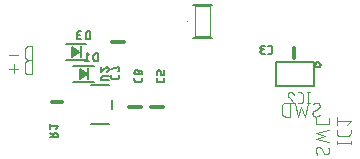
<source format=gbr>
G04 EAGLE Gerber RS-274X export*
G75*
%MOMM*%
%FSLAX34Y34*%
%LPD*%
%INSilkscreen Bottom*%
%IPPOS*%
%AMOC8*
5,1,8,0,0,1.08239X$1,22.5*%
G01*
%ADD10C,0.203200*%
%ADD11C,0.152400*%
%ADD12R,0.200000X1.000000*%
%ADD13C,0.127000*%
%ADD14C,0.076200*%
%ADD15C,0.304800*%
%ADD16C,0.101600*%
%ADD17C,0.010000*%
%ADD18C,0.075000*%

G36*
X88850Y104308D02*
X88850Y104308D01*
X88921Y104306D01*
X88991Y104325D01*
X89062Y104333D01*
X89117Y104358D01*
X89196Y104378D01*
X89299Y104439D01*
X89368Y104470D01*
X92368Y106470D01*
X92455Y106547D01*
X92545Y106620D01*
X92560Y106642D01*
X92580Y106660D01*
X92642Y106757D01*
X92709Y106852D01*
X92717Y106878D01*
X92732Y106900D01*
X92764Y107011D01*
X92802Y107121D01*
X92803Y107148D01*
X92810Y107173D01*
X92810Y107289D01*
X92816Y107405D01*
X92810Y107431D01*
X92810Y107458D01*
X92778Y107569D01*
X92752Y107682D01*
X92739Y107705D01*
X92731Y107731D01*
X92669Y107829D01*
X92613Y107930D01*
X92595Y107946D01*
X92580Y107971D01*
X92372Y108156D01*
X92368Y108160D01*
X89368Y110160D01*
X89304Y110191D01*
X89244Y110231D01*
X89176Y110252D01*
X89112Y110283D01*
X89041Y110295D01*
X88973Y110316D01*
X88902Y110318D01*
X88832Y110330D01*
X88760Y110322D01*
X88689Y110324D01*
X88620Y110306D01*
X88549Y110297D01*
X88483Y110270D01*
X88414Y110252D01*
X88353Y110215D01*
X88287Y110188D01*
X88231Y110143D01*
X88169Y110107D01*
X88120Y110055D01*
X88065Y110010D01*
X88024Y109952D01*
X87975Y109899D01*
X87942Y109836D01*
X87901Y109778D01*
X87878Y109710D01*
X87845Y109646D01*
X87835Y109587D01*
X87808Y109509D01*
X87802Y109390D01*
X87790Y109315D01*
X87790Y105315D01*
X87800Y105244D01*
X87800Y105172D01*
X87820Y105104D01*
X87830Y105034D01*
X87859Y104968D01*
X87879Y104899D01*
X87917Y104839D01*
X87946Y104774D01*
X87992Y104719D01*
X88030Y104659D01*
X88084Y104611D01*
X88130Y104557D01*
X88189Y104517D01*
X88243Y104470D01*
X88307Y104439D01*
X88366Y104400D01*
X88435Y104378D01*
X88499Y104347D01*
X88569Y104335D01*
X88637Y104314D01*
X88709Y104312D01*
X88780Y104300D01*
X88850Y104308D01*
G37*
G36*
X95454Y85766D02*
X95454Y85766D01*
X95525Y85764D01*
X95595Y85783D01*
X95666Y85791D01*
X95721Y85816D01*
X95800Y85836D01*
X95903Y85897D01*
X95972Y85928D01*
X98972Y87928D01*
X99059Y88005D01*
X99149Y88078D01*
X99164Y88100D01*
X99184Y88118D01*
X99246Y88215D01*
X99313Y88310D01*
X99321Y88336D01*
X99336Y88358D01*
X99368Y88469D01*
X99406Y88579D01*
X99407Y88606D01*
X99414Y88631D01*
X99414Y88747D01*
X99420Y88863D01*
X99414Y88889D01*
X99414Y88916D01*
X99382Y89027D01*
X99356Y89140D01*
X99343Y89163D01*
X99335Y89189D01*
X99273Y89287D01*
X99217Y89388D01*
X99199Y89404D01*
X99184Y89429D01*
X98976Y89614D01*
X98972Y89618D01*
X95972Y91618D01*
X95908Y91649D01*
X95848Y91689D01*
X95780Y91710D01*
X95716Y91741D01*
X95645Y91753D01*
X95577Y91774D01*
X95506Y91776D01*
X95436Y91788D01*
X95364Y91780D01*
X95293Y91782D01*
X95224Y91764D01*
X95153Y91755D01*
X95087Y91728D01*
X95018Y91710D01*
X94957Y91673D01*
X94891Y91646D01*
X94835Y91601D01*
X94773Y91565D01*
X94724Y91513D01*
X94669Y91468D01*
X94628Y91410D01*
X94579Y91357D01*
X94546Y91294D01*
X94505Y91236D01*
X94482Y91168D01*
X94449Y91104D01*
X94439Y91045D01*
X94412Y90967D01*
X94406Y90848D01*
X94394Y90773D01*
X94394Y86773D01*
X94404Y86702D01*
X94404Y86630D01*
X94424Y86562D01*
X94434Y86492D01*
X94463Y86426D01*
X94483Y86357D01*
X94521Y86297D01*
X94550Y86232D01*
X94596Y86177D01*
X94634Y86117D01*
X94688Y86069D01*
X94734Y86015D01*
X94793Y85975D01*
X94847Y85928D01*
X94911Y85897D01*
X94970Y85858D01*
X95039Y85836D01*
X95103Y85805D01*
X95173Y85793D01*
X95241Y85772D01*
X95313Y85770D01*
X95384Y85758D01*
X95454Y85766D01*
G37*
D10*
X119252Y46238D02*
X103252Y46238D01*
X103252Y79238D02*
X119252Y79238D01*
X121752Y66738D02*
X121752Y58738D01*
D11*
X118618Y83280D02*
X113848Y83280D01*
X113763Y83282D01*
X113679Y83288D01*
X113595Y83298D01*
X113511Y83311D01*
X113428Y83329D01*
X113346Y83350D01*
X113265Y83375D01*
X113185Y83404D01*
X113107Y83436D01*
X113031Y83472D01*
X112956Y83512D01*
X112883Y83555D01*
X112812Y83601D01*
X112743Y83650D01*
X112676Y83703D01*
X112612Y83759D01*
X112551Y83817D01*
X112493Y83878D01*
X112437Y83942D01*
X112384Y84009D01*
X112335Y84078D01*
X112289Y84149D01*
X112246Y84222D01*
X112206Y84297D01*
X112170Y84373D01*
X112138Y84451D01*
X112109Y84531D01*
X112084Y84612D01*
X112063Y84694D01*
X112045Y84777D01*
X112032Y84861D01*
X112022Y84945D01*
X112016Y85029D01*
X112014Y85114D01*
X112016Y85199D01*
X112022Y85283D01*
X112032Y85367D01*
X112045Y85451D01*
X112063Y85534D01*
X112084Y85616D01*
X112109Y85697D01*
X112138Y85777D01*
X112170Y85855D01*
X112206Y85931D01*
X112246Y86006D01*
X112289Y86079D01*
X112335Y86150D01*
X112384Y86219D01*
X112437Y86286D01*
X112493Y86350D01*
X112551Y86411D01*
X112612Y86469D01*
X112676Y86525D01*
X112743Y86578D01*
X112812Y86627D01*
X112883Y86673D01*
X112956Y86716D01*
X113031Y86756D01*
X113107Y86792D01*
X113185Y86824D01*
X113265Y86853D01*
X113346Y86878D01*
X113428Y86899D01*
X113511Y86917D01*
X113595Y86930D01*
X113679Y86940D01*
X113763Y86946D01*
X113848Y86948D01*
X113848Y86949D02*
X118618Y86949D01*
X118618Y92857D02*
X118616Y92936D01*
X118611Y93014D01*
X118601Y93092D01*
X118588Y93169D01*
X118571Y93246D01*
X118551Y93322D01*
X118527Y93397D01*
X118500Y93471D01*
X118469Y93543D01*
X118434Y93614D01*
X118397Y93683D01*
X118356Y93750D01*
X118312Y93815D01*
X118265Y93878D01*
X118215Y93938D01*
X118162Y93996D01*
X118106Y94052D01*
X118048Y94105D01*
X117988Y94155D01*
X117925Y94202D01*
X117860Y94246D01*
X117793Y94287D01*
X117724Y94324D01*
X117653Y94359D01*
X117581Y94390D01*
X117507Y94417D01*
X117432Y94441D01*
X117356Y94461D01*
X117279Y94478D01*
X117202Y94491D01*
X117124Y94501D01*
X117046Y94506D01*
X116967Y94508D01*
X118618Y92857D02*
X118616Y92768D01*
X118611Y92679D01*
X118601Y92591D01*
X118588Y92503D01*
X118572Y92416D01*
X118551Y92329D01*
X118527Y92244D01*
X118500Y92159D01*
X118469Y92076D01*
X118434Y91994D01*
X118396Y91913D01*
X118355Y91834D01*
X118311Y91758D01*
X118263Y91682D01*
X118212Y91609D01*
X118159Y91539D01*
X118102Y91470D01*
X118042Y91404D01*
X117980Y91341D01*
X117915Y91280D01*
X117848Y91222D01*
X117778Y91167D01*
X117706Y91114D01*
X117632Y91065D01*
X117556Y91019D01*
X117478Y90977D01*
X117398Y90937D01*
X117317Y90901D01*
X117234Y90868D01*
X117150Y90839D01*
X115683Y93958D02*
X115739Y94014D01*
X115798Y94068D01*
X115859Y94119D01*
X115923Y94168D01*
X115988Y94213D01*
X116056Y94256D01*
X116125Y94295D01*
X116196Y94332D01*
X116269Y94365D01*
X116343Y94394D01*
X116418Y94421D01*
X116494Y94444D01*
X116572Y94463D01*
X116650Y94479D01*
X116728Y94492D01*
X116808Y94501D01*
X116887Y94506D01*
X116967Y94508D01*
X115683Y93958D02*
X112014Y90839D01*
X112014Y94508D01*
X113848Y83280D02*
X118618Y83280D01*
X113848Y83280D02*
X113763Y83282D01*
X113679Y83288D01*
X113595Y83298D01*
X113511Y83311D01*
X113428Y83329D01*
X113346Y83350D01*
X113265Y83375D01*
X113185Y83404D01*
X113107Y83436D01*
X113031Y83472D01*
X112956Y83512D01*
X112883Y83555D01*
X112812Y83601D01*
X112743Y83650D01*
X112676Y83703D01*
X112612Y83759D01*
X112551Y83817D01*
X112493Y83878D01*
X112437Y83942D01*
X112384Y84009D01*
X112335Y84078D01*
X112289Y84149D01*
X112246Y84222D01*
X112206Y84297D01*
X112170Y84373D01*
X112138Y84451D01*
X112109Y84531D01*
X112084Y84612D01*
X112063Y84694D01*
X112045Y84777D01*
X112032Y84861D01*
X112022Y84945D01*
X112016Y85029D01*
X112014Y85114D01*
X112016Y85199D01*
X112022Y85283D01*
X112032Y85367D01*
X112045Y85451D01*
X112063Y85534D01*
X112084Y85616D01*
X112109Y85697D01*
X112138Y85777D01*
X112170Y85855D01*
X112206Y85931D01*
X112246Y86006D01*
X112289Y86079D01*
X112335Y86150D01*
X112384Y86219D01*
X112437Y86286D01*
X112493Y86350D01*
X112551Y86411D01*
X112612Y86469D01*
X112676Y86525D01*
X112743Y86578D01*
X112812Y86627D01*
X112883Y86673D01*
X112956Y86716D01*
X113031Y86756D01*
X113107Y86792D01*
X113185Y86824D01*
X113265Y86853D01*
X113346Y86878D01*
X113428Y86899D01*
X113511Y86917D01*
X113595Y86930D01*
X113679Y86940D01*
X113763Y86946D01*
X113848Y86948D01*
X113848Y86949D02*
X118618Y86949D01*
X118618Y92857D02*
X118616Y92936D01*
X118611Y93014D01*
X118601Y93092D01*
X118588Y93169D01*
X118571Y93246D01*
X118551Y93322D01*
X118527Y93397D01*
X118500Y93471D01*
X118469Y93543D01*
X118434Y93614D01*
X118397Y93683D01*
X118356Y93750D01*
X118312Y93815D01*
X118265Y93878D01*
X118215Y93938D01*
X118162Y93996D01*
X118106Y94052D01*
X118048Y94105D01*
X117988Y94155D01*
X117925Y94202D01*
X117860Y94246D01*
X117793Y94287D01*
X117724Y94324D01*
X117653Y94359D01*
X117581Y94390D01*
X117507Y94417D01*
X117432Y94441D01*
X117356Y94461D01*
X117279Y94478D01*
X117202Y94491D01*
X117124Y94501D01*
X117046Y94506D01*
X116967Y94508D01*
X118618Y92857D02*
X118616Y92768D01*
X118611Y92679D01*
X118601Y92591D01*
X118588Y92503D01*
X118572Y92416D01*
X118551Y92329D01*
X118527Y92244D01*
X118500Y92159D01*
X118469Y92076D01*
X118434Y91994D01*
X118396Y91913D01*
X118355Y91834D01*
X118311Y91758D01*
X118263Y91682D01*
X118212Y91609D01*
X118159Y91539D01*
X118102Y91470D01*
X118042Y91404D01*
X117980Y91341D01*
X117915Y91280D01*
X117848Y91222D01*
X117778Y91167D01*
X117706Y91114D01*
X117632Y91065D01*
X117556Y91019D01*
X117478Y90977D01*
X117398Y90937D01*
X117317Y90901D01*
X117234Y90868D01*
X117150Y90839D01*
X115683Y93958D02*
X115739Y94014D01*
X115798Y94068D01*
X115859Y94119D01*
X115923Y94168D01*
X115988Y94213D01*
X116056Y94256D01*
X116125Y94295D01*
X116196Y94332D01*
X116269Y94365D01*
X116343Y94394D01*
X116418Y94421D01*
X116494Y94444D01*
X116572Y94463D01*
X116650Y94479D01*
X116728Y94492D01*
X116808Y94501D01*
X116887Y94506D01*
X116967Y94508D01*
X115683Y93958D02*
X112014Y90839D01*
X112014Y94508D01*
D10*
X106139Y95773D02*
X88679Y95773D01*
X88679Y81773D02*
X106139Y81773D01*
X100409Y88773D02*
X94409Y92773D01*
X94409Y84773D01*
X100409Y88773D01*
D12*
X101409Y88773D03*
D11*
X109347Y99695D02*
X109347Y106299D01*
X107513Y106299D01*
X107428Y106297D01*
X107344Y106291D01*
X107260Y106281D01*
X107176Y106268D01*
X107093Y106250D01*
X107011Y106229D01*
X106930Y106204D01*
X106850Y106175D01*
X106772Y106143D01*
X106696Y106107D01*
X106621Y106067D01*
X106548Y106024D01*
X106477Y105978D01*
X106408Y105929D01*
X106341Y105876D01*
X106277Y105820D01*
X106216Y105762D01*
X106158Y105701D01*
X106102Y105637D01*
X106049Y105570D01*
X106000Y105501D01*
X105954Y105430D01*
X105911Y105357D01*
X105871Y105282D01*
X105835Y105206D01*
X105803Y105128D01*
X105774Y105048D01*
X105749Y104967D01*
X105728Y104885D01*
X105710Y104802D01*
X105697Y104718D01*
X105687Y104634D01*
X105681Y104550D01*
X105679Y104465D01*
X105678Y104465D02*
X105678Y101529D01*
X105679Y101529D02*
X105681Y101444D01*
X105687Y101360D01*
X105697Y101276D01*
X105710Y101192D01*
X105728Y101109D01*
X105749Y101027D01*
X105774Y100946D01*
X105803Y100866D01*
X105835Y100788D01*
X105871Y100712D01*
X105911Y100637D01*
X105954Y100564D01*
X106000Y100493D01*
X106049Y100424D01*
X106102Y100357D01*
X106158Y100293D01*
X106216Y100232D01*
X106277Y100174D01*
X106341Y100118D01*
X106408Y100065D01*
X106477Y100016D01*
X106548Y99970D01*
X106621Y99927D01*
X106696Y99887D01*
X106772Y99851D01*
X106850Y99819D01*
X106930Y99790D01*
X107011Y99765D01*
X107093Y99744D01*
X107176Y99726D01*
X107260Y99713D01*
X107344Y99703D01*
X107428Y99697D01*
X107513Y99695D01*
X109347Y99695D01*
X101788Y104831D02*
X99954Y106299D01*
X99954Y99695D01*
X101788Y99695D02*
X98119Y99695D01*
X109347Y99695D02*
X109347Y106299D01*
X107513Y106299D01*
X107428Y106297D01*
X107344Y106291D01*
X107260Y106281D01*
X107176Y106268D01*
X107093Y106250D01*
X107011Y106229D01*
X106930Y106204D01*
X106850Y106175D01*
X106772Y106143D01*
X106696Y106107D01*
X106621Y106067D01*
X106548Y106024D01*
X106477Y105978D01*
X106408Y105929D01*
X106341Y105876D01*
X106277Y105820D01*
X106216Y105762D01*
X106158Y105701D01*
X106102Y105637D01*
X106049Y105570D01*
X106000Y105501D01*
X105954Y105430D01*
X105911Y105357D01*
X105871Y105282D01*
X105835Y105206D01*
X105803Y105128D01*
X105774Y105048D01*
X105749Y104967D01*
X105728Y104885D01*
X105710Y104802D01*
X105697Y104718D01*
X105687Y104634D01*
X105681Y104550D01*
X105679Y104465D01*
X105678Y104465D02*
X105678Y101529D01*
X105679Y101529D02*
X105681Y101444D01*
X105687Y101360D01*
X105697Y101276D01*
X105710Y101192D01*
X105728Y101109D01*
X105749Y101027D01*
X105774Y100946D01*
X105803Y100866D01*
X105835Y100788D01*
X105871Y100712D01*
X105911Y100637D01*
X105954Y100564D01*
X106000Y100493D01*
X106049Y100424D01*
X106102Y100357D01*
X106158Y100293D01*
X106216Y100232D01*
X106277Y100174D01*
X106341Y100118D01*
X106408Y100065D01*
X106477Y100016D01*
X106548Y99970D01*
X106621Y99927D01*
X106696Y99887D01*
X106772Y99851D01*
X106850Y99819D01*
X106930Y99790D01*
X107011Y99765D01*
X107093Y99744D01*
X107176Y99726D01*
X107260Y99713D01*
X107344Y99703D01*
X107428Y99697D01*
X107513Y99695D01*
X109347Y99695D01*
X101788Y104831D02*
X99954Y106299D01*
X99954Y99695D01*
X101788Y99695D02*
X98119Y99695D01*
D13*
X260352Y98900D02*
X292352Y98900D01*
X260352Y98900D02*
X260352Y78900D01*
X292352Y78900D01*
X292352Y98900D01*
X293434Y96614D02*
X293436Y96708D01*
X293442Y96802D01*
X293452Y96896D01*
X293466Y96989D01*
X293484Y97082D01*
X293505Y97174D01*
X293531Y97264D01*
X293560Y97354D01*
X293593Y97442D01*
X293630Y97529D01*
X293670Y97614D01*
X293714Y97698D01*
X293762Y97779D01*
X293812Y97859D01*
X293867Y97936D01*
X293924Y98011D01*
X293984Y98083D01*
X294048Y98153D01*
X294114Y98220D01*
X294183Y98284D01*
X294255Y98345D01*
X294329Y98403D01*
X294406Y98458D01*
X294485Y98510D01*
X294566Y98558D01*
X294649Y98603D01*
X294733Y98644D01*
X294820Y98682D01*
X294908Y98716D01*
X294997Y98746D01*
X295087Y98773D01*
X295179Y98795D01*
X295271Y98814D01*
X295365Y98829D01*
X295458Y98840D01*
X295552Y98847D01*
X295646Y98850D01*
X295741Y98849D01*
X295835Y98844D01*
X295929Y98835D01*
X296022Y98822D01*
X296115Y98805D01*
X296207Y98785D01*
X296298Y98760D01*
X296388Y98732D01*
X296476Y98700D01*
X296564Y98664D01*
X296649Y98624D01*
X296733Y98581D01*
X296815Y98535D01*
X296895Y98485D01*
X296973Y98431D01*
X297048Y98375D01*
X297121Y98315D01*
X297192Y98252D01*
X297259Y98187D01*
X297324Y98118D01*
X297386Y98047D01*
X297445Y97974D01*
X297501Y97898D01*
X297553Y97819D01*
X297602Y97739D01*
X297648Y97656D01*
X297690Y97572D01*
X297729Y97486D01*
X297764Y97398D01*
X297795Y97309D01*
X297823Y97219D01*
X297846Y97128D01*
X297866Y97036D01*
X297882Y96943D01*
X297894Y96849D01*
X297902Y96755D01*
X297906Y96661D01*
X297906Y96567D01*
X297902Y96473D01*
X297894Y96379D01*
X297882Y96285D01*
X297866Y96192D01*
X297846Y96100D01*
X297823Y96009D01*
X297795Y95919D01*
X297764Y95830D01*
X297729Y95742D01*
X297690Y95656D01*
X297648Y95572D01*
X297602Y95489D01*
X297553Y95409D01*
X297501Y95330D01*
X297445Y95254D01*
X297386Y95181D01*
X297324Y95110D01*
X297259Y95041D01*
X297192Y94976D01*
X297121Y94913D01*
X297048Y94853D01*
X296973Y94797D01*
X296895Y94743D01*
X296815Y94693D01*
X296733Y94647D01*
X296649Y94604D01*
X296564Y94564D01*
X296476Y94528D01*
X296388Y94496D01*
X296298Y94468D01*
X296207Y94443D01*
X296115Y94423D01*
X296022Y94406D01*
X295929Y94393D01*
X295835Y94384D01*
X295741Y94379D01*
X295646Y94378D01*
X295552Y94381D01*
X295458Y94388D01*
X295365Y94399D01*
X295271Y94414D01*
X295179Y94433D01*
X295087Y94455D01*
X294997Y94482D01*
X294908Y94512D01*
X294820Y94546D01*
X294733Y94584D01*
X294649Y94625D01*
X294566Y94670D01*
X294485Y94718D01*
X294406Y94770D01*
X294329Y94825D01*
X294255Y94883D01*
X294183Y94944D01*
X294114Y95008D01*
X294048Y95075D01*
X293984Y95145D01*
X293924Y95217D01*
X293867Y95292D01*
X293812Y95369D01*
X293762Y95449D01*
X293714Y95530D01*
X293670Y95614D01*
X293630Y95699D01*
X293593Y95786D01*
X293560Y95874D01*
X293531Y95964D01*
X293505Y96054D01*
X293484Y96146D01*
X293466Y96239D01*
X293452Y96332D01*
X293442Y96426D01*
X293436Y96520D01*
X293434Y96614D01*
D14*
X287627Y73279D02*
X287627Y63881D01*
X288671Y63881D02*
X286583Y63881D01*
X286583Y73279D02*
X288671Y73279D01*
X280859Y63881D02*
X278771Y63881D01*
X280859Y63881D02*
X280948Y63883D01*
X281036Y63889D01*
X281124Y63898D01*
X281212Y63911D01*
X281299Y63928D01*
X281385Y63948D01*
X281470Y63973D01*
X281555Y64000D01*
X281638Y64032D01*
X281719Y64066D01*
X281799Y64105D01*
X281877Y64146D01*
X281954Y64191D01*
X282028Y64239D01*
X282101Y64290D01*
X282171Y64344D01*
X282238Y64402D01*
X282304Y64462D01*
X282366Y64524D01*
X282426Y64590D01*
X282484Y64657D01*
X282538Y64727D01*
X282589Y64800D01*
X282637Y64874D01*
X282682Y64951D01*
X282723Y65029D01*
X282762Y65109D01*
X282796Y65190D01*
X282828Y65273D01*
X282855Y65358D01*
X282880Y65443D01*
X282900Y65529D01*
X282917Y65616D01*
X282930Y65704D01*
X282939Y65792D01*
X282945Y65880D01*
X282947Y65969D01*
X282948Y65969D02*
X282948Y71191D01*
X282947Y71191D02*
X282945Y71280D01*
X282939Y71368D01*
X282930Y71456D01*
X282917Y71544D01*
X282900Y71631D01*
X282880Y71717D01*
X282855Y71802D01*
X282828Y71887D01*
X282796Y71970D01*
X282762Y72051D01*
X282723Y72131D01*
X282682Y72209D01*
X282637Y72286D01*
X282589Y72360D01*
X282538Y72433D01*
X282484Y72503D01*
X282426Y72570D01*
X282366Y72636D01*
X282304Y72698D01*
X282238Y72758D01*
X282171Y72816D01*
X282101Y72870D01*
X282028Y72921D01*
X281954Y72969D01*
X281877Y73014D01*
X281799Y73055D01*
X281719Y73094D01*
X281638Y73128D01*
X281555Y73160D01*
X281470Y73187D01*
X281385Y73212D01*
X281299Y73232D01*
X281212Y73249D01*
X281124Y73262D01*
X281036Y73271D01*
X280948Y73277D01*
X280859Y73279D01*
X278771Y73279D01*
X272431Y73280D02*
X272336Y73278D01*
X272242Y73272D01*
X272148Y73263D01*
X272054Y73250D01*
X271961Y73233D01*
X271869Y73212D01*
X271777Y73187D01*
X271687Y73159D01*
X271598Y73127D01*
X271510Y73092D01*
X271424Y73053D01*
X271339Y73011D01*
X271256Y72965D01*
X271175Y72916D01*
X271096Y72864D01*
X271019Y72809D01*
X270945Y72750D01*
X270873Y72689D01*
X270803Y72625D01*
X270736Y72558D01*
X270672Y72488D01*
X270611Y72416D01*
X270552Y72342D01*
X270497Y72265D01*
X270445Y72186D01*
X270396Y72105D01*
X270350Y72022D01*
X270308Y71937D01*
X270269Y71851D01*
X270234Y71763D01*
X270202Y71674D01*
X270174Y71584D01*
X270149Y71492D01*
X270128Y71400D01*
X270111Y71307D01*
X270098Y71213D01*
X270089Y71119D01*
X270083Y71025D01*
X270081Y70930D01*
X272431Y73279D02*
X272539Y73277D01*
X272648Y73271D01*
X272756Y73261D01*
X272863Y73248D01*
X272970Y73230D01*
X273077Y73209D01*
X273182Y73184D01*
X273287Y73155D01*
X273390Y73123D01*
X273492Y73086D01*
X273593Y73046D01*
X273692Y73003D01*
X273790Y72956D01*
X273886Y72905D01*
X273980Y72851D01*
X274072Y72794D01*
X274162Y72733D01*
X274250Y72669D01*
X274335Y72603D01*
X274418Y72533D01*
X274498Y72460D01*
X274576Y72384D01*
X274651Y72306D01*
X274723Y72225D01*
X274792Y72141D01*
X274858Y72055D01*
X274921Y71967D01*
X274980Y71876D01*
X275037Y71784D01*
X275090Y71689D01*
X275139Y71592D01*
X275185Y71494D01*
X275228Y71395D01*
X275267Y71293D01*
X275302Y71191D01*
X270864Y69102D02*
X270795Y69171D01*
X270729Y69242D01*
X270665Y69315D01*
X270604Y69391D01*
X270546Y69470D01*
X270492Y69550D01*
X270440Y69633D01*
X270392Y69717D01*
X270346Y69803D01*
X270305Y69891D01*
X270266Y69981D01*
X270231Y70072D01*
X270200Y70164D01*
X270172Y70257D01*
X270148Y70351D01*
X270128Y70446D01*
X270111Y70542D01*
X270098Y70639D01*
X270089Y70736D01*
X270083Y70833D01*
X270081Y70930D01*
X270864Y69102D02*
X275302Y63881D01*
X270081Y63881D01*
D15*
X275336Y102426D02*
X275336Y110426D01*
D11*
X255326Y105918D02*
X253859Y105918D01*
X255326Y105918D02*
X255400Y105920D01*
X255475Y105926D01*
X255548Y105935D01*
X255622Y105948D01*
X255694Y105965D01*
X255765Y105985D01*
X255836Y106009D01*
X255905Y106037D01*
X255973Y106068D01*
X256038Y106102D01*
X256103Y106140D01*
X256165Y106181D01*
X256225Y106225D01*
X256282Y106272D01*
X256337Y106322D01*
X256390Y106375D01*
X256440Y106430D01*
X256487Y106487D01*
X256531Y106547D01*
X256572Y106609D01*
X256610Y106674D01*
X256644Y106740D01*
X256675Y106807D01*
X256703Y106876D01*
X256727Y106947D01*
X256747Y107018D01*
X256764Y107091D01*
X256777Y107164D01*
X256786Y107238D01*
X256792Y107312D01*
X256794Y107386D01*
X256794Y111054D01*
X256792Y111128D01*
X256786Y111203D01*
X256777Y111276D01*
X256764Y111349D01*
X256747Y111422D01*
X256727Y111493D01*
X256703Y111564D01*
X256675Y111633D01*
X256644Y111700D01*
X256610Y111766D01*
X256572Y111831D01*
X256531Y111893D01*
X256487Y111953D01*
X256440Y112010D01*
X256390Y112065D01*
X256337Y112118D01*
X256282Y112168D01*
X256225Y112215D01*
X256165Y112259D01*
X256103Y112300D01*
X256038Y112338D01*
X255973Y112372D01*
X255905Y112403D01*
X255836Y112431D01*
X255766Y112455D01*
X255694Y112475D01*
X255622Y112492D01*
X255548Y112505D01*
X255475Y112514D01*
X255400Y112520D01*
X255326Y112522D01*
X253859Y112522D01*
X250663Y105918D02*
X248828Y105918D01*
X248743Y105920D01*
X248659Y105926D01*
X248575Y105936D01*
X248491Y105949D01*
X248408Y105967D01*
X248326Y105988D01*
X248245Y106013D01*
X248165Y106042D01*
X248087Y106074D01*
X248011Y106110D01*
X247936Y106150D01*
X247863Y106193D01*
X247792Y106239D01*
X247723Y106288D01*
X247656Y106341D01*
X247592Y106397D01*
X247531Y106455D01*
X247473Y106516D01*
X247417Y106580D01*
X247364Y106647D01*
X247315Y106716D01*
X247269Y106787D01*
X247226Y106860D01*
X247186Y106935D01*
X247150Y107011D01*
X247118Y107089D01*
X247089Y107169D01*
X247064Y107250D01*
X247043Y107332D01*
X247025Y107415D01*
X247012Y107499D01*
X247002Y107583D01*
X246996Y107667D01*
X246994Y107752D01*
X246996Y107837D01*
X247002Y107921D01*
X247012Y108005D01*
X247025Y108089D01*
X247043Y108172D01*
X247064Y108254D01*
X247089Y108335D01*
X247118Y108415D01*
X247150Y108493D01*
X247186Y108569D01*
X247226Y108644D01*
X247269Y108717D01*
X247315Y108788D01*
X247364Y108857D01*
X247417Y108924D01*
X247473Y108988D01*
X247531Y109049D01*
X247592Y109107D01*
X247656Y109163D01*
X247723Y109216D01*
X247792Y109265D01*
X247863Y109311D01*
X247936Y109354D01*
X248011Y109394D01*
X248087Y109430D01*
X248165Y109462D01*
X248245Y109491D01*
X248326Y109516D01*
X248408Y109537D01*
X248491Y109555D01*
X248575Y109568D01*
X248659Y109578D01*
X248743Y109584D01*
X248828Y109586D01*
X248461Y112522D02*
X250663Y112522D01*
X248461Y112522D02*
X248385Y112520D01*
X248310Y112514D01*
X248235Y112505D01*
X248161Y112491D01*
X248087Y112474D01*
X248015Y112452D01*
X247943Y112428D01*
X247873Y112399D01*
X247805Y112367D01*
X247738Y112332D01*
X247673Y112293D01*
X247610Y112250D01*
X247550Y112205D01*
X247492Y112157D01*
X247436Y112105D01*
X247384Y112051D01*
X247334Y111994D01*
X247287Y111935D01*
X247243Y111874D01*
X247202Y111810D01*
X247165Y111744D01*
X247131Y111676D01*
X247101Y111607D01*
X247074Y111536D01*
X247051Y111464D01*
X247032Y111391D01*
X247017Y111317D01*
X247005Y111242D01*
X246997Y111167D01*
X246993Y111092D01*
X246993Y111016D01*
X246997Y110941D01*
X247005Y110866D01*
X247017Y110791D01*
X247032Y110717D01*
X247051Y110644D01*
X247074Y110572D01*
X247101Y110501D01*
X247131Y110432D01*
X247165Y110364D01*
X247202Y110298D01*
X247243Y110234D01*
X247287Y110173D01*
X247334Y110114D01*
X247384Y110057D01*
X247436Y110003D01*
X247492Y109951D01*
X247550Y109903D01*
X247610Y109858D01*
X247673Y109815D01*
X247738Y109776D01*
X247805Y109741D01*
X247873Y109709D01*
X247943Y109680D01*
X248015Y109656D01*
X248087Y109634D01*
X248161Y109617D01*
X248235Y109603D01*
X248310Y109594D01*
X248385Y109588D01*
X248461Y109586D01*
X248461Y109587D02*
X249929Y109587D01*
X253859Y105918D02*
X255326Y105918D01*
X255400Y105920D01*
X255475Y105926D01*
X255548Y105935D01*
X255622Y105948D01*
X255694Y105965D01*
X255765Y105985D01*
X255836Y106009D01*
X255905Y106037D01*
X255973Y106068D01*
X256038Y106102D01*
X256103Y106140D01*
X256165Y106181D01*
X256225Y106225D01*
X256282Y106272D01*
X256337Y106322D01*
X256390Y106375D01*
X256440Y106430D01*
X256487Y106487D01*
X256531Y106547D01*
X256572Y106609D01*
X256610Y106674D01*
X256644Y106740D01*
X256675Y106807D01*
X256703Y106876D01*
X256727Y106947D01*
X256747Y107018D01*
X256764Y107091D01*
X256777Y107164D01*
X256786Y107238D01*
X256792Y107312D01*
X256794Y107386D01*
X256794Y111054D01*
X256792Y111128D01*
X256786Y111203D01*
X256777Y111276D01*
X256764Y111349D01*
X256747Y111422D01*
X256727Y111493D01*
X256703Y111564D01*
X256675Y111633D01*
X256644Y111700D01*
X256610Y111766D01*
X256572Y111831D01*
X256531Y111893D01*
X256487Y111953D01*
X256440Y112010D01*
X256390Y112065D01*
X256337Y112118D01*
X256282Y112168D01*
X256225Y112215D01*
X256165Y112259D01*
X256103Y112300D01*
X256038Y112338D01*
X255973Y112372D01*
X255905Y112403D01*
X255836Y112431D01*
X255766Y112455D01*
X255694Y112475D01*
X255622Y112492D01*
X255548Y112505D01*
X255475Y112514D01*
X255400Y112520D01*
X255326Y112522D01*
X253859Y112522D01*
X250663Y105918D02*
X248828Y105918D01*
X248743Y105920D01*
X248659Y105926D01*
X248575Y105936D01*
X248491Y105949D01*
X248408Y105967D01*
X248326Y105988D01*
X248245Y106013D01*
X248165Y106042D01*
X248087Y106074D01*
X248011Y106110D01*
X247936Y106150D01*
X247863Y106193D01*
X247792Y106239D01*
X247723Y106288D01*
X247656Y106341D01*
X247592Y106397D01*
X247531Y106455D01*
X247473Y106516D01*
X247417Y106580D01*
X247364Y106647D01*
X247315Y106716D01*
X247269Y106787D01*
X247226Y106860D01*
X247186Y106935D01*
X247150Y107011D01*
X247118Y107089D01*
X247089Y107169D01*
X247064Y107250D01*
X247043Y107332D01*
X247025Y107415D01*
X247012Y107499D01*
X247002Y107583D01*
X246996Y107667D01*
X246994Y107752D01*
X246996Y107837D01*
X247002Y107921D01*
X247012Y108005D01*
X247025Y108089D01*
X247043Y108172D01*
X247064Y108254D01*
X247089Y108335D01*
X247118Y108415D01*
X247150Y108493D01*
X247186Y108569D01*
X247226Y108644D01*
X247269Y108717D01*
X247315Y108788D01*
X247364Y108857D01*
X247417Y108924D01*
X247473Y108988D01*
X247531Y109049D01*
X247592Y109107D01*
X247656Y109163D01*
X247723Y109216D01*
X247792Y109265D01*
X247863Y109311D01*
X247936Y109354D01*
X248011Y109394D01*
X248087Y109430D01*
X248165Y109462D01*
X248245Y109491D01*
X248326Y109516D01*
X248408Y109537D01*
X248491Y109555D01*
X248575Y109568D01*
X248659Y109578D01*
X248743Y109584D01*
X248828Y109586D01*
X248461Y112522D02*
X250663Y112522D01*
X248461Y112522D02*
X248385Y112520D01*
X248310Y112514D01*
X248235Y112505D01*
X248161Y112491D01*
X248087Y112474D01*
X248015Y112452D01*
X247943Y112428D01*
X247873Y112399D01*
X247805Y112367D01*
X247738Y112332D01*
X247673Y112293D01*
X247610Y112250D01*
X247550Y112205D01*
X247492Y112157D01*
X247436Y112105D01*
X247384Y112051D01*
X247334Y111994D01*
X247287Y111935D01*
X247243Y111874D01*
X247202Y111810D01*
X247165Y111744D01*
X247131Y111676D01*
X247101Y111607D01*
X247074Y111536D01*
X247051Y111464D01*
X247032Y111391D01*
X247017Y111317D01*
X247005Y111242D01*
X246997Y111167D01*
X246993Y111092D01*
X246993Y111016D01*
X246997Y110941D01*
X247005Y110866D01*
X247017Y110791D01*
X247032Y110717D01*
X247051Y110644D01*
X247074Y110572D01*
X247101Y110501D01*
X247131Y110432D01*
X247165Y110364D01*
X247202Y110298D01*
X247243Y110234D01*
X247287Y110173D01*
X247334Y110114D01*
X247384Y110057D01*
X247436Y110003D01*
X247492Y109951D01*
X247550Y109903D01*
X247610Y109858D01*
X247673Y109815D01*
X247738Y109776D01*
X247805Y109741D01*
X247873Y109709D01*
X247943Y109680D01*
X248015Y109656D01*
X248087Y109634D01*
X248161Y109617D01*
X248235Y109603D01*
X248310Y109594D01*
X248385Y109588D01*
X248461Y109586D01*
X248461Y109587D02*
X249929Y109587D01*
D15*
X164719Y60960D02*
X154559Y60960D01*
D11*
X159131Y83510D02*
X159131Y84977D01*
X159131Y83510D02*
X159133Y83436D01*
X159139Y83361D01*
X159148Y83288D01*
X159161Y83214D01*
X159178Y83142D01*
X159198Y83071D01*
X159222Y83000D01*
X159250Y82931D01*
X159281Y82864D01*
X159315Y82798D01*
X159353Y82733D01*
X159394Y82671D01*
X159438Y82611D01*
X159485Y82554D01*
X159535Y82499D01*
X159588Y82446D01*
X159643Y82396D01*
X159700Y82349D01*
X159760Y82305D01*
X159822Y82264D01*
X159887Y82226D01*
X159953Y82192D01*
X160020Y82161D01*
X160089Y82133D01*
X160160Y82109D01*
X160231Y82089D01*
X160303Y82072D01*
X160377Y82059D01*
X160450Y82050D01*
X160525Y82044D01*
X160599Y82042D01*
X164267Y82042D01*
X164341Y82044D01*
X164416Y82050D01*
X164489Y82059D01*
X164563Y82072D01*
X164635Y82089D01*
X164706Y82109D01*
X164777Y82133D01*
X164846Y82161D01*
X164913Y82192D01*
X164979Y82226D01*
X165044Y82264D01*
X165106Y82305D01*
X165166Y82349D01*
X165223Y82396D01*
X165278Y82446D01*
X165331Y82499D01*
X165381Y82554D01*
X165428Y82611D01*
X165472Y82671D01*
X165513Y82733D01*
X165551Y82798D01*
X165585Y82863D01*
X165616Y82931D01*
X165644Y83000D01*
X165668Y83071D01*
X165688Y83142D01*
X165705Y83214D01*
X165718Y83288D01*
X165727Y83361D01*
X165733Y83436D01*
X165735Y83510D01*
X165735Y84977D01*
X159131Y88174D02*
X159131Y90375D01*
X159133Y90449D01*
X159139Y90524D01*
X159148Y90597D01*
X159161Y90671D01*
X159178Y90743D01*
X159198Y90814D01*
X159222Y90885D01*
X159250Y90954D01*
X159281Y91021D01*
X159315Y91087D01*
X159353Y91152D01*
X159394Y91214D01*
X159438Y91274D01*
X159485Y91331D01*
X159535Y91386D01*
X159588Y91439D01*
X159643Y91489D01*
X159700Y91536D01*
X159760Y91580D01*
X159822Y91621D01*
X159887Y91659D01*
X159952Y91693D01*
X160020Y91724D01*
X160089Y91752D01*
X160160Y91776D01*
X160231Y91796D01*
X160303Y91813D01*
X160377Y91826D01*
X160450Y91835D01*
X160525Y91841D01*
X160599Y91843D01*
X160599Y91842D02*
X161332Y91842D01*
X161332Y91843D02*
X161406Y91841D01*
X161481Y91835D01*
X161554Y91826D01*
X161628Y91813D01*
X161700Y91796D01*
X161771Y91776D01*
X161842Y91752D01*
X161911Y91724D01*
X161978Y91693D01*
X162044Y91659D01*
X162109Y91621D01*
X162171Y91580D01*
X162231Y91536D01*
X162288Y91489D01*
X162343Y91439D01*
X162396Y91386D01*
X162446Y91331D01*
X162493Y91274D01*
X162537Y91214D01*
X162578Y91152D01*
X162616Y91087D01*
X162650Y91021D01*
X162681Y90954D01*
X162709Y90885D01*
X162733Y90814D01*
X162753Y90743D01*
X162770Y90671D01*
X162783Y90597D01*
X162792Y90524D01*
X162798Y90449D01*
X162800Y90375D01*
X162800Y88174D01*
X165735Y88174D01*
X165735Y91842D01*
X159131Y84977D02*
X159131Y83510D01*
X159133Y83436D01*
X159139Y83361D01*
X159148Y83288D01*
X159161Y83214D01*
X159178Y83142D01*
X159198Y83071D01*
X159222Y83000D01*
X159250Y82931D01*
X159281Y82864D01*
X159315Y82798D01*
X159353Y82733D01*
X159394Y82671D01*
X159438Y82611D01*
X159485Y82554D01*
X159535Y82499D01*
X159588Y82446D01*
X159643Y82396D01*
X159700Y82349D01*
X159760Y82305D01*
X159822Y82264D01*
X159887Y82226D01*
X159953Y82192D01*
X160020Y82161D01*
X160089Y82133D01*
X160160Y82109D01*
X160231Y82089D01*
X160303Y82072D01*
X160377Y82059D01*
X160450Y82050D01*
X160525Y82044D01*
X160599Y82042D01*
X164267Y82042D01*
X164341Y82044D01*
X164416Y82050D01*
X164489Y82059D01*
X164563Y82072D01*
X164635Y82089D01*
X164706Y82109D01*
X164777Y82133D01*
X164846Y82161D01*
X164913Y82192D01*
X164979Y82226D01*
X165044Y82264D01*
X165106Y82305D01*
X165166Y82349D01*
X165223Y82396D01*
X165278Y82446D01*
X165331Y82499D01*
X165381Y82554D01*
X165428Y82611D01*
X165472Y82671D01*
X165513Y82733D01*
X165551Y82798D01*
X165585Y82863D01*
X165616Y82931D01*
X165644Y83000D01*
X165668Y83071D01*
X165688Y83142D01*
X165705Y83214D01*
X165718Y83288D01*
X165727Y83361D01*
X165733Y83436D01*
X165735Y83510D01*
X165735Y84977D01*
X159131Y88174D02*
X159131Y90375D01*
X159133Y90449D01*
X159139Y90524D01*
X159148Y90597D01*
X159161Y90671D01*
X159178Y90743D01*
X159198Y90814D01*
X159222Y90885D01*
X159250Y90954D01*
X159281Y91021D01*
X159315Y91087D01*
X159353Y91152D01*
X159394Y91214D01*
X159438Y91274D01*
X159485Y91331D01*
X159535Y91386D01*
X159588Y91439D01*
X159643Y91489D01*
X159700Y91536D01*
X159760Y91580D01*
X159822Y91621D01*
X159887Y91659D01*
X159952Y91693D01*
X160020Y91724D01*
X160089Y91752D01*
X160160Y91776D01*
X160231Y91796D01*
X160303Y91813D01*
X160377Y91826D01*
X160450Y91835D01*
X160525Y91841D01*
X160599Y91843D01*
X160599Y91842D02*
X161332Y91842D01*
X161332Y91843D02*
X161406Y91841D01*
X161481Y91835D01*
X161554Y91826D01*
X161628Y91813D01*
X161700Y91796D01*
X161771Y91776D01*
X161842Y91752D01*
X161911Y91724D01*
X161978Y91693D01*
X162044Y91659D01*
X162109Y91621D01*
X162171Y91580D01*
X162231Y91536D01*
X162288Y91489D01*
X162343Y91439D01*
X162396Y91386D01*
X162446Y91331D01*
X162493Y91274D01*
X162537Y91214D01*
X162578Y91152D01*
X162616Y91087D01*
X162650Y91021D01*
X162681Y90954D01*
X162709Y90885D01*
X162733Y90814D01*
X162753Y90743D01*
X162770Y90671D01*
X162783Y90597D01*
X162792Y90524D01*
X162798Y90449D01*
X162800Y90375D01*
X162800Y88174D01*
X165735Y88174D01*
X165735Y91842D01*
D15*
X131826Y115697D02*
X121666Y115697D01*
D11*
X120650Y87750D02*
X120650Y86282D01*
X120652Y86208D01*
X120658Y86133D01*
X120667Y86060D01*
X120680Y85986D01*
X120697Y85914D01*
X120717Y85843D01*
X120741Y85772D01*
X120769Y85703D01*
X120800Y85636D01*
X120834Y85570D01*
X120872Y85505D01*
X120913Y85443D01*
X120957Y85383D01*
X121004Y85326D01*
X121054Y85271D01*
X121107Y85218D01*
X121162Y85168D01*
X121219Y85121D01*
X121279Y85077D01*
X121341Y85036D01*
X121406Y84998D01*
X121472Y84964D01*
X121539Y84933D01*
X121608Y84905D01*
X121679Y84881D01*
X121750Y84861D01*
X121822Y84844D01*
X121896Y84831D01*
X121969Y84822D01*
X122044Y84816D01*
X122118Y84814D01*
X122118Y84815D02*
X125786Y84815D01*
X125786Y84814D02*
X125860Y84816D01*
X125935Y84822D01*
X126008Y84831D01*
X126082Y84844D01*
X126154Y84861D01*
X126225Y84881D01*
X126296Y84905D01*
X126365Y84933D01*
X126432Y84964D01*
X126498Y84998D01*
X126563Y85036D01*
X126625Y85077D01*
X126685Y85121D01*
X126742Y85168D01*
X126797Y85218D01*
X126850Y85271D01*
X126900Y85326D01*
X126947Y85383D01*
X126991Y85443D01*
X127032Y85505D01*
X127070Y85570D01*
X127104Y85635D01*
X127135Y85703D01*
X127163Y85772D01*
X127187Y85843D01*
X127207Y85914D01*
X127224Y85986D01*
X127237Y86060D01*
X127246Y86133D01*
X127252Y86208D01*
X127254Y86282D01*
X127254Y87750D01*
X127254Y90946D02*
X126520Y90946D01*
X127254Y90946D02*
X127254Y94615D01*
X120650Y92781D01*
X120650Y87750D02*
X120650Y86282D01*
X120652Y86208D01*
X120658Y86133D01*
X120667Y86060D01*
X120680Y85986D01*
X120697Y85914D01*
X120717Y85843D01*
X120741Y85772D01*
X120769Y85703D01*
X120800Y85636D01*
X120834Y85570D01*
X120872Y85505D01*
X120913Y85443D01*
X120957Y85383D01*
X121004Y85326D01*
X121054Y85271D01*
X121107Y85218D01*
X121162Y85168D01*
X121219Y85121D01*
X121279Y85077D01*
X121341Y85036D01*
X121406Y84998D01*
X121472Y84964D01*
X121539Y84933D01*
X121608Y84905D01*
X121679Y84881D01*
X121750Y84861D01*
X121822Y84844D01*
X121896Y84831D01*
X121969Y84822D01*
X122044Y84816D01*
X122118Y84814D01*
X122118Y84815D02*
X125786Y84815D01*
X125786Y84814D02*
X125860Y84816D01*
X125935Y84822D01*
X126008Y84831D01*
X126082Y84844D01*
X126154Y84861D01*
X126225Y84881D01*
X126296Y84905D01*
X126365Y84933D01*
X126432Y84964D01*
X126498Y84998D01*
X126563Y85036D01*
X126625Y85077D01*
X126685Y85121D01*
X126742Y85168D01*
X126797Y85218D01*
X126850Y85271D01*
X126900Y85326D01*
X126947Y85383D01*
X126991Y85443D01*
X127032Y85505D01*
X127070Y85570D01*
X127104Y85635D01*
X127135Y85703D01*
X127163Y85772D01*
X127187Y85843D01*
X127207Y85914D01*
X127224Y85986D01*
X127237Y86060D01*
X127246Y86133D01*
X127252Y86208D01*
X127254Y86282D01*
X127254Y87750D01*
X127254Y90946D02*
X126520Y90946D01*
X127254Y90946D02*
X127254Y94615D01*
X120650Y92781D01*
D15*
X135763Y61214D02*
X145923Y61214D01*
D11*
X140335Y83764D02*
X140335Y85231D01*
X140335Y83764D02*
X140337Y83690D01*
X140343Y83615D01*
X140352Y83542D01*
X140365Y83468D01*
X140382Y83396D01*
X140402Y83325D01*
X140426Y83254D01*
X140454Y83185D01*
X140485Y83118D01*
X140519Y83052D01*
X140557Y82987D01*
X140598Y82925D01*
X140642Y82865D01*
X140689Y82808D01*
X140739Y82753D01*
X140792Y82700D01*
X140847Y82650D01*
X140904Y82603D01*
X140964Y82559D01*
X141026Y82518D01*
X141091Y82480D01*
X141157Y82446D01*
X141224Y82415D01*
X141293Y82387D01*
X141364Y82363D01*
X141435Y82343D01*
X141507Y82326D01*
X141581Y82313D01*
X141654Y82304D01*
X141729Y82298D01*
X141803Y82296D01*
X145471Y82296D01*
X145545Y82298D01*
X145620Y82304D01*
X145693Y82313D01*
X145767Y82326D01*
X145839Y82343D01*
X145910Y82363D01*
X145981Y82387D01*
X146050Y82415D01*
X146117Y82446D01*
X146183Y82480D01*
X146248Y82518D01*
X146310Y82559D01*
X146370Y82603D01*
X146427Y82650D01*
X146482Y82700D01*
X146535Y82753D01*
X146585Y82808D01*
X146632Y82865D01*
X146676Y82925D01*
X146717Y82987D01*
X146755Y83052D01*
X146789Y83117D01*
X146820Y83185D01*
X146848Y83254D01*
X146872Y83325D01*
X146892Y83396D01*
X146909Y83468D01*
X146922Y83542D01*
X146931Y83615D01*
X146937Y83690D01*
X146939Y83764D01*
X146939Y85231D01*
X142169Y88428D02*
X142254Y88430D01*
X142338Y88436D01*
X142422Y88446D01*
X142506Y88459D01*
X142589Y88477D01*
X142671Y88498D01*
X142752Y88523D01*
X142832Y88552D01*
X142910Y88584D01*
X142986Y88620D01*
X143061Y88660D01*
X143134Y88703D01*
X143205Y88749D01*
X143274Y88798D01*
X143341Y88851D01*
X143405Y88907D01*
X143466Y88965D01*
X143524Y89026D01*
X143580Y89090D01*
X143633Y89157D01*
X143682Y89226D01*
X143728Y89297D01*
X143771Y89370D01*
X143811Y89445D01*
X143847Y89521D01*
X143879Y89599D01*
X143908Y89679D01*
X143933Y89760D01*
X143954Y89842D01*
X143972Y89925D01*
X143985Y90009D01*
X143995Y90093D01*
X144001Y90177D01*
X144003Y90262D01*
X144001Y90347D01*
X143995Y90431D01*
X143985Y90515D01*
X143972Y90599D01*
X143954Y90682D01*
X143933Y90764D01*
X143908Y90845D01*
X143879Y90925D01*
X143847Y91003D01*
X143811Y91079D01*
X143771Y91154D01*
X143728Y91227D01*
X143682Y91298D01*
X143633Y91367D01*
X143580Y91434D01*
X143524Y91498D01*
X143466Y91559D01*
X143405Y91617D01*
X143341Y91673D01*
X143274Y91726D01*
X143205Y91775D01*
X143134Y91821D01*
X143061Y91864D01*
X142986Y91904D01*
X142910Y91940D01*
X142832Y91972D01*
X142752Y92001D01*
X142671Y92026D01*
X142589Y92047D01*
X142506Y92065D01*
X142422Y92078D01*
X142338Y92088D01*
X142254Y92094D01*
X142169Y92096D01*
X142084Y92094D01*
X142000Y92088D01*
X141916Y92078D01*
X141832Y92065D01*
X141749Y92047D01*
X141667Y92026D01*
X141586Y92001D01*
X141506Y91972D01*
X141428Y91940D01*
X141352Y91904D01*
X141277Y91864D01*
X141204Y91821D01*
X141133Y91775D01*
X141064Y91726D01*
X140997Y91673D01*
X140933Y91617D01*
X140872Y91559D01*
X140814Y91498D01*
X140758Y91434D01*
X140705Y91367D01*
X140656Y91298D01*
X140610Y91227D01*
X140567Y91154D01*
X140527Y91079D01*
X140491Y91003D01*
X140459Y90925D01*
X140430Y90845D01*
X140405Y90764D01*
X140384Y90682D01*
X140366Y90599D01*
X140353Y90515D01*
X140343Y90431D01*
X140337Y90347D01*
X140335Y90262D01*
X140337Y90177D01*
X140343Y90093D01*
X140353Y90009D01*
X140366Y89925D01*
X140384Y89842D01*
X140405Y89760D01*
X140430Y89679D01*
X140459Y89599D01*
X140491Y89521D01*
X140527Y89445D01*
X140567Y89370D01*
X140610Y89297D01*
X140656Y89226D01*
X140705Y89157D01*
X140758Y89090D01*
X140814Y89026D01*
X140872Y88965D01*
X140933Y88907D01*
X140997Y88851D01*
X141064Y88798D01*
X141133Y88749D01*
X141204Y88703D01*
X141277Y88660D01*
X141352Y88620D01*
X141428Y88584D01*
X141506Y88552D01*
X141586Y88523D01*
X141667Y88498D01*
X141749Y88477D01*
X141832Y88459D01*
X141916Y88446D01*
X142000Y88436D01*
X142084Y88430D01*
X142169Y88428D01*
X145471Y88794D02*
X145547Y88796D01*
X145622Y88802D01*
X145697Y88811D01*
X145771Y88825D01*
X145845Y88842D01*
X145917Y88864D01*
X145989Y88888D01*
X146059Y88917D01*
X146127Y88949D01*
X146194Y88984D01*
X146259Y89023D01*
X146322Y89066D01*
X146382Y89111D01*
X146440Y89159D01*
X146496Y89211D01*
X146548Y89265D01*
X146598Y89322D01*
X146645Y89381D01*
X146689Y89442D01*
X146730Y89506D01*
X146767Y89572D01*
X146801Y89640D01*
X146831Y89709D01*
X146858Y89780D01*
X146881Y89852D01*
X146900Y89925D01*
X146915Y89999D01*
X146927Y90074D01*
X146935Y90149D01*
X146939Y90224D01*
X146939Y90300D01*
X146935Y90375D01*
X146927Y90450D01*
X146915Y90525D01*
X146900Y90599D01*
X146881Y90672D01*
X146858Y90744D01*
X146831Y90815D01*
X146801Y90884D01*
X146767Y90952D01*
X146730Y91018D01*
X146689Y91082D01*
X146645Y91143D01*
X146598Y91202D01*
X146548Y91259D01*
X146496Y91313D01*
X146440Y91365D01*
X146382Y91413D01*
X146322Y91458D01*
X146259Y91501D01*
X146194Y91540D01*
X146127Y91575D01*
X146059Y91607D01*
X145989Y91636D01*
X145917Y91660D01*
X145845Y91682D01*
X145771Y91699D01*
X145697Y91713D01*
X145622Y91722D01*
X145547Y91728D01*
X145471Y91730D01*
X145395Y91728D01*
X145320Y91722D01*
X145245Y91713D01*
X145171Y91699D01*
X145097Y91682D01*
X145025Y91660D01*
X144953Y91636D01*
X144883Y91607D01*
X144815Y91575D01*
X144748Y91540D01*
X144683Y91501D01*
X144620Y91458D01*
X144560Y91413D01*
X144502Y91365D01*
X144446Y91313D01*
X144394Y91259D01*
X144344Y91202D01*
X144297Y91143D01*
X144253Y91082D01*
X144212Y91018D01*
X144175Y90952D01*
X144141Y90884D01*
X144111Y90815D01*
X144084Y90744D01*
X144061Y90672D01*
X144042Y90599D01*
X144027Y90525D01*
X144015Y90450D01*
X144007Y90375D01*
X144003Y90300D01*
X144003Y90224D01*
X144007Y90149D01*
X144015Y90074D01*
X144027Y89999D01*
X144042Y89925D01*
X144061Y89852D01*
X144084Y89780D01*
X144111Y89709D01*
X144141Y89640D01*
X144175Y89572D01*
X144212Y89506D01*
X144253Y89442D01*
X144297Y89381D01*
X144344Y89322D01*
X144394Y89265D01*
X144446Y89211D01*
X144502Y89159D01*
X144560Y89111D01*
X144620Y89066D01*
X144683Y89023D01*
X144748Y88984D01*
X144815Y88949D01*
X144883Y88917D01*
X144953Y88888D01*
X145025Y88864D01*
X145097Y88842D01*
X145171Y88825D01*
X145245Y88811D01*
X145320Y88802D01*
X145395Y88796D01*
X145471Y88794D01*
X140335Y85231D02*
X140335Y83764D01*
X140337Y83690D01*
X140343Y83615D01*
X140352Y83542D01*
X140365Y83468D01*
X140382Y83396D01*
X140402Y83325D01*
X140426Y83254D01*
X140454Y83185D01*
X140485Y83118D01*
X140519Y83052D01*
X140557Y82987D01*
X140598Y82925D01*
X140642Y82865D01*
X140689Y82808D01*
X140739Y82753D01*
X140792Y82700D01*
X140847Y82650D01*
X140904Y82603D01*
X140964Y82559D01*
X141026Y82518D01*
X141091Y82480D01*
X141157Y82446D01*
X141224Y82415D01*
X141293Y82387D01*
X141364Y82363D01*
X141435Y82343D01*
X141507Y82326D01*
X141581Y82313D01*
X141654Y82304D01*
X141729Y82298D01*
X141803Y82296D01*
X145471Y82296D01*
X145545Y82298D01*
X145620Y82304D01*
X145693Y82313D01*
X145767Y82326D01*
X145839Y82343D01*
X145910Y82363D01*
X145981Y82387D01*
X146050Y82415D01*
X146117Y82446D01*
X146183Y82480D01*
X146248Y82518D01*
X146310Y82559D01*
X146370Y82603D01*
X146427Y82650D01*
X146482Y82700D01*
X146535Y82753D01*
X146585Y82808D01*
X146632Y82865D01*
X146676Y82925D01*
X146717Y82987D01*
X146755Y83052D01*
X146789Y83117D01*
X146820Y83185D01*
X146848Y83254D01*
X146872Y83325D01*
X146892Y83396D01*
X146909Y83468D01*
X146922Y83542D01*
X146931Y83615D01*
X146937Y83690D01*
X146939Y83764D01*
X146939Y85231D01*
X142169Y88428D02*
X142254Y88430D01*
X142338Y88436D01*
X142422Y88446D01*
X142506Y88459D01*
X142589Y88477D01*
X142671Y88498D01*
X142752Y88523D01*
X142832Y88552D01*
X142910Y88584D01*
X142986Y88620D01*
X143061Y88660D01*
X143134Y88703D01*
X143205Y88749D01*
X143274Y88798D01*
X143341Y88851D01*
X143405Y88907D01*
X143466Y88965D01*
X143524Y89026D01*
X143580Y89090D01*
X143633Y89157D01*
X143682Y89226D01*
X143728Y89297D01*
X143771Y89370D01*
X143811Y89445D01*
X143847Y89521D01*
X143879Y89599D01*
X143908Y89679D01*
X143933Y89760D01*
X143954Y89842D01*
X143972Y89925D01*
X143985Y90009D01*
X143995Y90093D01*
X144001Y90177D01*
X144003Y90262D01*
X144001Y90347D01*
X143995Y90431D01*
X143985Y90515D01*
X143972Y90599D01*
X143954Y90682D01*
X143933Y90764D01*
X143908Y90845D01*
X143879Y90925D01*
X143847Y91003D01*
X143811Y91079D01*
X143771Y91154D01*
X143728Y91227D01*
X143682Y91298D01*
X143633Y91367D01*
X143580Y91434D01*
X143524Y91498D01*
X143466Y91559D01*
X143405Y91617D01*
X143341Y91673D01*
X143274Y91726D01*
X143205Y91775D01*
X143134Y91821D01*
X143061Y91864D01*
X142986Y91904D01*
X142910Y91940D01*
X142832Y91972D01*
X142752Y92001D01*
X142671Y92026D01*
X142589Y92047D01*
X142506Y92065D01*
X142422Y92078D01*
X142338Y92088D01*
X142254Y92094D01*
X142169Y92096D01*
X142084Y92094D01*
X142000Y92088D01*
X141916Y92078D01*
X141832Y92065D01*
X141749Y92047D01*
X141667Y92026D01*
X141586Y92001D01*
X141506Y91972D01*
X141428Y91940D01*
X141352Y91904D01*
X141277Y91864D01*
X141204Y91821D01*
X141133Y91775D01*
X141064Y91726D01*
X140997Y91673D01*
X140933Y91617D01*
X140872Y91559D01*
X140814Y91498D01*
X140758Y91434D01*
X140705Y91367D01*
X140656Y91298D01*
X140610Y91227D01*
X140567Y91154D01*
X140527Y91079D01*
X140491Y91003D01*
X140459Y90925D01*
X140430Y90845D01*
X140405Y90764D01*
X140384Y90682D01*
X140366Y90599D01*
X140353Y90515D01*
X140343Y90431D01*
X140337Y90347D01*
X140335Y90262D01*
X140337Y90177D01*
X140343Y90093D01*
X140353Y90009D01*
X140366Y89925D01*
X140384Y89842D01*
X140405Y89760D01*
X140430Y89679D01*
X140459Y89599D01*
X140491Y89521D01*
X140527Y89445D01*
X140567Y89370D01*
X140610Y89297D01*
X140656Y89226D01*
X140705Y89157D01*
X140758Y89090D01*
X140814Y89026D01*
X140872Y88965D01*
X140933Y88907D01*
X140997Y88851D01*
X141064Y88798D01*
X141133Y88749D01*
X141204Y88703D01*
X141277Y88660D01*
X141352Y88620D01*
X141428Y88584D01*
X141506Y88552D01*
X141586Y88523D01*
X141667Y88498D01*
X141749Y88477D01*
X141832Y88459D01*
X141916Y88446D01*
X142000Y88436D01*
X142084Y88430D01*
X142169Y88428D01*
X145471Y88794D02*
X145547Y88796D01*
X145622Y88802D01*
X145697Y88811D01*
X145771Y88825D01*
X145845Y88842D01*
X145917Y88864D01*
X145989Y88888D01*
X146059Y88917D01*
X146127Y88949D01*
X146194Y88984D01*
X146259Y89023D01*
X146322Y89066D01*
X146382Y89111D01*
X146440Y89159D01*
X146496Y89211D01*
X146548Y89265D01*
X146598Y89322D01*
X146645Y89381D01*
X146689Y89442D01*
X146730Y89506D01*
X146767Y89572D01*
X146801Y89640D01*
X146831Y89709D01*
X146858Y89780D01*
X146881Y89852D01*
X146900Y89925D01*
X146915Y89999D01*
X146927Y90074D01*
X146935Y90149D01*
X146939Y90224D01*
X146939Y90300D01*
X146935Y90375D01*
X146927Y90450D01*
X146915Y90525D01*
X146900Y90599D01*
X146881Y90672D01*
X146858Y90744D01*
X146831Y90815D01*
X146801Y90884D01*
X146767Y90952D01*
X146730Y91018D01*
X146689Y91082D01*
X146645Y91143D01*
X146598Y91202D01*
X146548Y91259D01*
X146496Y91313D01*
X146440Y91365D01*
X146382Y91413D01*
X146322Y91458D01*
X146259Y91501D01*
X146194Y91540D01*
X146127Y91575D01*
X146059Y91607D01*
X145989Y91636D01*
X145917Y91660D01*
X145845Y91682D01*
X145771Y91699D01*
X145697Y91713D01*
X145622Y91722D01*
X145547Y91728D01*
X145471Y91730D01*
X145395Y91728D01*
X145320Y91722D01*
X145245Y91713D01*
X145171Y91699D01*
X145097Y91682D01*
X145025Y91660D01*
X144953Y91636D01*
X144883Y91607D01*
X144815Y91575D01*
X144748Y91540D01*
X144683Y91501D01*
X144620Y91458D01*
X144560Y91413D01*
X144502Y91365D01*
X144446Y91313D01*
X144394Y91259D01*
X144344Y91202D01*
X144297Y91143D01*
X144253Y91082D01*
X144212Y91018D01*
X144175Y90952D01*
X144141Y90884D01*
X144111Y90815D01*
X144084Y90744D01*
X144061Y90672D01*
X144042Y90599D01*
X144027Y90525D01*
X144015Y90450D01*
X144007Y90375D01*
X144003Y90300D01*
X144003Y90224D01*
X144007Y90149D01*
X144015Y90074D01*
X144027Y89999D01*
X144042Y89925D01*
X144061Y89852D01*
X144084Y89780D01*
X144111Y89709D01*
X144141Y89640D01*
X144175Y89572D01*
X144212Y89506D01*
X144253Y89442D01*
X144297Y89381D01*
X144344Y89322D01*
X144394Y89265D01*
X144446Y89211D01*
X144502Y89159D01*
X144560Y89111D01*
X144620Y89066D01*
X144683Y89023D01*
X144748Y88984D01*
X144815Y88949D01*
X144883Y88917D01*
X144953Y88888D01*
X145025Y88864D01*
X145097Y88842D01*
X145171Y88825D01*
X145245Y88811D01*
X145320Y88802D01*
X145395Y88796D01*
X145471Y88794D01*
D16*
X291100Y55324D02*
X291102Y55225D01*
X291108Y55125D01*
X291117Y55026D01*
X291130Y54928D01*
X291147Y54830D01*
X291168Y54732D01*
X291193Y54636D01*
X291221Y54541D01*
X291253Y54447D01*
X291288Y54354D01*
X291327Y54262D01*
X291370Y54172D01*
X291415Y54084D01*
X291465Y53997D01*
X291517Y53913D01*
X291573Y53830D01*
X291631Y53750D01*
X291693Y53672D01*
X291758Y53597D01*
X291826Y53524D01*
X291896Y53454D01*
X291969Y53386D01*
X292044Y53321D01*
X292122Y53259D01*
X292202Y53201D01*
X292285Y53145D01*
X292369Y53093D01*
X292456Y53043D01*
X292544Y52998D01*
X292634Y52955D01*
X292726Y52916D01*
X292819Y52881D01*
X292913Y52849D01*
X293008Y52821D01*
X293104Y52796D01*
X293202Y52775D01*
X293300Y52758D01*
X293398Y52745D01*
X293497Y52736D01*
X293597Y52730D01*
X293696Y52728D01*
X293840Y52730D01*
X293985Y52736D01*
X294129Y52745D01*
X294272Y52758D01*
X294416Y52775D01*
X294559Y52796D01*
X294701Y52821D01*
X294842Y52849D01*
X294983Y52881D01*
X295123Y52917D01*
X295262Y52956D01*
X295400Y52999D01*
X295536Y53046D01*
X295672Y53096D01*
X295806Y53150D01*
X295938Y53207D01*
X296069Y53268D01*
X296198Y53332D01*
X296326Y53400D01*
X296452Y53471D01*
X296576Y53545D01*
X296697Y53622D01*
X296817Y53703D01*
X296935Y53786D01*
X297050Y53873D01*
X297163Y53963D01*
X297274Y54056D01*
X297382Y54151D01*
X297488Y54250D01*
X297591Y54351D01*
X297266Y61816D02*
X297264Y61915D01*
X297258Y62015D01*
X297249Y62114D01*
X297236Y62212D01*
X297219Y62310D01*
X297198Y62408D01*
X297173Y62504D01*
X297145Y62599D01*
X297113Y62693D01*
X297078Y62786D01*
X297039Y62878D01*
X296996Y62968D01*
X296951Y63056D01*
X296901Y63143D01*
X296849Y63227D01*
X296793Y63310D01*
X296735Y63390D01*
X296673Y63468D01*
X296608Y63543D01*
X296540Y63616D01*
X296470Y63686D01*
X296397Y63754D01*
X296322Y63819D01*
X296244Y63881D01*
X296164Y63939D01*
X296081Y63995D01*
X295997Y64047D01*
X295910Y64097D01*
X295822Y64142D01*
X295732Y64185D01*
X295640Y64224D01*
X295547Y64259D01*
X295453Y64291D01*
X295358Y64319D01*
X295262Y64344D01*
X295164Y64365D01*
X295066Y64382D01*
X294968Y64395D01*
X294869Y64404D01*
X294769Y64410D01*
X294670Y64412D01*
X294534Y64410D01*
X294398Y64404D01*
X294262Y64395D01*
X294126Y64382D01*
X293991Y64364D01*
X293857Y64344D01*
X293723Y64319D01*
X293589Y64291D01*
X293457Y64258D01*
X293326Y64223D01*
X293195Y64183D01*
X293066Y64140D01*
X292938Y64094D01*
X292812Y64043D01*
X292686Y63990D01*
X292563Y63932D01*
X292441Y63872D01*
X292321Y63808D01*
X292202Y63740D01*
X292086Y63670D01*
X291972Y63596D01*
X291859Y63519D01*
X291749Y63438D01*
X295968Y59544D02*
X296054Y59597D01*
X296138Y59654D01*
X296220Y59713D01*
X296300Y59776D01*
X296377Y59842D01*
X296452Y59910D01*
X296524Y59982D01*
X296593Y60056D01*
X296659Y60133D01*
X296722Y60212D01*
X296782Y60294D01*
X296839Y60378D01*
X296893Y60464D01*
X296943Y60552D01*
X296990Y60642D01*
X297034Y60733D01*
X297073Y60827D01*
X297110Y60921D01*
X297142Y61017D01*
X297171Y61115D01*
X297196Y61213D01*
X297217Y61312D01*
X297235Y61412D01*
X297248Y61512D01*
X297258Y61613D01*
X297264Y61715D01*
X297266Y61816D01*
X292398Y57596D02*
X292312Y57543D01*
X292228Y57486D01*
X292146Y57427D01*
X292066Y57364D01*
X291989Y57298D01*
X291914Y57230D01*
X291842Y57158D01*
X291773Y57084D01*
X291707Y57007D01*
X291644Y56928D01*
X291584Y56846D01*
X291527Y56762D01*
X291473Y56676D01*
X291423Y56588D01*
X291376Y56498D01*
X291332Y56407D01*
X291293Y56313D01*
X291256Y56219D01*
X291224Y56123D01*
X291195Y56025D01*
X291170Y55927D01*
X291149Y55828D01*
X291131Y55728D01*
X291118Y55628D01*
X291108Y55527D01*
X291102Y55425D01*
X291100Y55324D01*
X292398Y57596D02*
X295968Y59544D01*
X286965Y64412D02*
X284369Y52728D01*
X281772Y60517D01*
X279176Y52728D01*
X276580Y64412D01*
X271683Y64412D02*
X271683Y52728D01*
X271683Y64412D02*
X268438Y64412D01*
X268325Y64410D01*
X268212Y64404D01*
X268099Y64394D01*
X267986Y64380D01*
X267874Y64363D01*
X267763Y64341D01*
X267653Y64316D01*
X267543Y64286D01*
X267435Y64253D01*
X267328Y64216D01*
X267222Y64176D01*
X267118Y64131D01*
X267015Y64083D01*
X266914Y64032D01*
X266815Y63977D01*
X266718Y63919D01*
X266623Y63857D01*
X266530Y63792D01*
X266440Y63724D01*
X266352Y63653D01*
X266266Y63578D01*
X266183Y63501D01*
X266103Y63421D01*
X266026Y63338D01*
X265951Y63252D01*
X265880Y63164D01*
X265812Y63074D01*
X265747Y62981D01*
X265685Y62886D01*
X265627Y62789D01*
X265572Y62690D01*
X265521Y62589D01*
X265473Y62486D01*
X265428Y62382D01*
X265388Y62276D01*
X265351Y62169D01*
X265318Y62061D01*
X265288Y61951D01*
X265263Y61841D01*
X265241Y61730D01*
X265224Y61618D01*
X265210Y61505D01*
X265200Y61392D01*
X265194Y61279D01*
X265192Y61166D01*
X265192Y55974D01*
X265194Y55861D01*
X265200Y55748D01*
X265210Y55635D01*
X265224Y55522D01*
X265241Y55410D01*
X265263Y55299D01*
X265288Y55189D01*
X265318Y55079D01*
X265351Y54971D01*
X265388Y54864D01*
X265428Y54758D01*
X265473Y54654D01*
X265521Y54551D01*
X265572Y54450D01*
X265627Y54351D01*
X265685Y54254D01*
X265747Y54159D01*
X265812Y54066D01*
X265880Y53976D01*
X265951Y53888D01*
X266026Y53802D01*
X266103Y53719D01*
X266183Y53639D01*
X266266Y53562D01*
X266352Y53487D01*
X266440Y53416D01*
X266530Y53348D01*
X266623Y53283D01*
X266718Y53221D01*
X266815Y53163D01*
X266914Y53108D01*
X267015Y53057D01*
X267118Y53009D01*
X267222Y52964D01*
X267328Y52924D01*
X267435Y52887D01*
X267543Y52854D01*
X267653Y52824D01*
X267763Y52799D01*
X267874Y52777D01*
X267986Y52760D01*
X268099Y52746D01*
X268212Y52736D01*
X268325Y52730D01*
X268438Y52728D01*
X271683Y52728D01*
X296324Y27015D02*
X296225Y27013D01*
X296125Y27007D01*
X296026Y26998D01*
X295928Y26985D01*
X295830Y26968D01*
X295732Y26947D01*
X295636Y26922D01*
X295541Y26894D01*
X295447Y26862D01*
X295354Y26827D01*
X295262Y26788D01*
X295172Y26745D01*
X295084Y26700D01*
X294997Y26650D01*
X294913Y26598D01*
X294830Y26542D01*
X294750Y26484D01*
X294672Y26422D01*
X294597Y26357D01*
X294524Y26289D01*
X294454Y26219D01*
X294386Y26146D01*
X294321Y26071D01*
X294259Y25993D01*
X294201Y25913D01*
X294145Y25830D01*
X294093Y25746D01*
X294043Y25659D01*
X293998Y25571D01*
X293955Y25481D01*
X293916Y25389D01*
X293881Y25296D01*
X293849Y25202D01*
X293821Y25107D01*
X293796Y25011D01*
X293775Y24913D01*
X293758Y24815D01*
X293745Y24717D01*
X293736Y24618D01*
X293730Y24518D01*
X293728Y24419D01*
X293730Y24275D01*
X293736Y24130D01*
X293745Y23986D01*
X293758Y23843D01*
X293775Y23699D01*
X293796Y23556D01*
X293821Y23414D01*
X293849Y23273D01*
X293881Y23132D01*
X293917Y22992D01*
X293956Y22853D01*
X293999Y22715D01*
X294046Y22579D01*
X294096Y22443D01*
X294150Y22309D01*
X294207Y22177D01*
X294268Y22046D01*
X294332Y21917D01*
X294400Y21789D01*
X294470Y21663D01*
X294545Y21539D01*
X294622Y21418D01*
X294703Y21298D01*
X294786Y21180D01*
X294873Y21065D01*
X294963Y20952D01*
X295056Y20841D01*
X295151Y20733D01*
X295250Y20627D01*
X295351Y20524D01*
X302816Y20849D02*
X302915Y20851D01*
X303015Y20857D01*
X303114Y20866D01*
X303212Y20879D01*
X303310Y20896D01*
X303408Y20917D01*
X303504Y20942D01*
X303599Y20970D01*
X303693Y21002D01*
X303786Y21037D01*
X303878Y21076D01*
X303968Y21119D01*
X304056Y21164D01*
X304143Y21214D01*
X304227Y21266D01*
X304310Y21322D01*
X304390Y21380D01*
X304468Y21442D01*
X304543Y21507D01*
X304616Y21575D01*
X304686Y21645D01*
X304754Y21718D01*
X304819Y21793D01*
X304881Y21871D01*
X304939Y21951D01*
X304995Y22034D01*
X305047Y22118D01*
X305097Y22205D01*
X305142Y22293D01*
X305185Y22383D01*
X305224Y22475D01*
X305259Y22568D01*
X305291Y22662D01*
X305319Y22757D01*
X305344Y22854D01*
X305365Y22951D01*
X305382Y23049D01*
X305395Y23147D01*
X305404Y23246D01*
X305410Y23346D01*
X305412Y23445D01*
X305410Y23581D01*
X305404Y23717D01*
X305395Y23853D01*
X305382Y23989D01*
X305364Y24124D01*
X305344Y24258D01*
X305319Y24392D01*
X305291Y24526D01*
X305258Y24658D01*
X305223Y24789D01*
X305183Y24920D01*
X305140Y25049D01*
X305094Y25177D01*
X305043Y25303D01*
X304990Y25429D01*
X304932Y25552D01*
X304872Y25674D01*
X304808Y25794D01*
X304740Y25913D01*
X304670Y26029D01*
X304596Y26143D01*
X304519Y26256D01*
X304438Y26366D01*
X300544Y22147D02*
X300597Y22061D01*
X300654Y21977D01*
X300713Y21895D01*
X300776Y21815D01*
X300842Y21738D01*
X300910Y21663D01*
X300982Y21591D01*
X301056Y21522D01*
X301133Y21456D01*
X301212Y21393D01*
X301294Y21333D01*
X301378Y21276D01*
X301464Y21222D01*
X301552Y21172D01*
X301642Y21125D01*
X301733Y21081D01*
X301827Y21042D01*
X301921Y21005D01*
X302017Y20973D01*
X302115Y20944D01*
X302213Y20919D01*
X302312Y20898D01*
X302412Y20880D01*
X302512Y20867D01*
X302613Y20857D01*
X302715Y20851D01*
X302816Y20849D01*
X298596Y25717D02*
X298543Y25803D01*
X298486Y25887D01*
X298427Y25969D01*
X298364Y26049D01*
X298298Y26126D01*
X298230Y26201D01*
X298158Y26273D01*
X298084Y26342D01*
X298007Y26408D01*
X297928Y26471D01*
X297846Y26531D01*
X297762Y26588D01*
X297676Y26642D01*
X297588Y26692D01*
X297498Y26739D01*
X297407Y26783D01*
X297313Y26822D01*
X297219Y26859D01*
X297123Y26891D01*
X297025Y26920D01*
X296927Y26945D01*
X296828Y26966D01*
X296728Y26984D01*
X296628Y26997D01*
X296527Y27007D01*
X296425Y27013D01*
X296324Y27015D01*
X298596Y25717D02*
X300544Y22147D01*
X305412Y31150D02*
X293728Y33746D01*
X301517Y36343D01*
X293728Y38939D01*
X305412Y41536D01*
X293728Y48615D02*
X293728Y51211D01*
X293728Y48615D02*
X293730Y48516D01*
X293736Y48416D01*
X293745Y48317D01*
X293758Y48219D01*
X293775Y48121D01*
X293796Y48023D01*
X293821Y47927D01*
X293849Y47832D01*
X293881Y47738D01*
X293916Y47645D01*
X293955Y47553D01*
X293998Y47463D01*
X294043Y47375D01*
X294093Y47288D01*
X294145Y47204D01*
X294201Y47121D01*
X294259Y47041D01*
X294321Y46963D01*
X294386Y46888D01*
X294454Y46815D01*
X294524Y46745D01*
X294597Y46677D01*
X294672Y46612D01*
X294750Y46550D01*
X294830Y46492D01*
X294913Y46436D01*
X294997Y46384D01*
X295084Y46334D01*
X295172Y46289D01*
X295262Y46246D01*
X295354Y46207D01*
X295447Y46172D01*
X295541Y46140D01*
X295636Y46112D01*
X295732Y46087D01*
X295830Y46066D01*
X295928Y46049D01*
X296026Y46036D01*
X296125Y46027D01*
X296225Y46021D01*
X296324Y46019D01*
X296324Y46018D02*
X302816Y46018D01*
X302816Y46019D02*
X302915Y46021D01*
X303015Y46027D01*
X303114Y46036D01*
X303212Y46049D01*
X303310Y46066D01*
X303408Y46087D01*
X303504Y46112D01*
X303599Y46140D01*
X303693Y46172D01*
X303786Y46207D01*
X303878Y46246D01*
X303968Y46289D01*
X304056Y46334D01*
X304143Y46384D01*
X304227Y46436D01*
X304310Y46492D01*
X304390Y46550D01*
X304468Y46612D01*
X304543Y46677D01*
X304616Y46745D01*
X304686Y46815D01*
X304754Y46888D01*
X304819Y46963D01*
X304881Y47041D01*
X304939Y47121D01*
X304995Y47204D01*
X305047Y47288D01*
X305097Y47375D01*
X305142Y47463D01*
X305185Y47553D01*
X305224Y47645D01*
X305259Y47737D01*
X305291Y47832D01*
X305319Y47927D01*
X305344Y48023D01*
X305365Y48121D01*
X305382Y48219D01*
X305395Y48317D01*
X305404Y48416D01*
X305410Y48516D01*
X305412Y48615D01*
X305412Y51211D01*
X54023Y88557D02*
X54023Y100241D01*
X50777Y100241D01*
X50664Y100239D01*
X50551Y100233D01*
X50438Y100223D01*
X50325Y100209D01*
X50213Y100192D01*
X50102Y100170D01*
X49992Y100145D01*
X49882Y100115D01*
X49774Y100082D01*
X49667Y100045D01*
X49561Y100005D01*
X49457Y99960D01*
X49354Y99912D01*
X49253Y99861D01*
X49154Y99806D01*
X49057Y99748D01*
X48962Y99686D01*
X48869Y99621D01*
X48779Y99553D01*
X48691Y99482D01*
X48605Y99407D01*
X48522Y99330D01*
X48442Y99250D01*
X48365Y99167D01*
X48290Y99081D01*
X48219Y98993D01*
X48151Y98903D01*
X48086Y98810D01*
X48024Y98715D01*
X47966Y98618D01*
X47911Y98519D01*
X47860Y98418D01*
X47812Y98315D01*
X47767Y98211D01*
X47727Y98105D01*
X47690Y97998D01*
X47657Y97890D01*
X47627Y97780D01*
X47602Y97670D01*
X47580Y97559D01*
X47563Y97447D01*
X47549Y97334D01*
X47539Y97221D01*
X47533Y97108D01*
X47531Y96995D01*
X47532Y96995D02*
X47532Y91803D01*
X47531Y91803D02*
X47533Y91690D01*
X47539Y91577D01*
X47549Y91464D01*
X47563Y91351D01*
X47580Y91239D01*
X47602Y91128D01*
X47627Y91018D01*
X47657Y90908D01*
X47690Y90800D01*
X47727Y90693D01*
X47767Y90587D01*
X47812Y90483D01*
X47860Y90380D01*
X47911Y90279D01*
X47966Y90180D01*
X48024Y90083D01*
X48086Y89988D01*
X48151Y89895D01*
X48219Y89805D01*
X48290Y89717D01*
X48365Y89631D01*
X48442Y89548D01*
X48522Y89468D01*
X48605Y89391D01*
X48691Y89316D01*
X48779Y89245D01*
X48869Y89177D01*
X48962Y89112D01*
X49057Y89050D01*
X49154Y88992D01*
X49253Y88937D01*
X49354Y88886D01*
X49457Y88838D01*
X49561Y88793D01*
X49667Y88753D01*
X49774Y88716D01*
X49882Y88683D01*
X49992Y88653D01*
X50102Y88628D01*
X50213Y88606D01*
X50325Y88589D01*
X50438Y88575D01*
X50551Y88565D01*
X50664Y88559D01*
X50777Y88557D01*
X54023Y88557D01*
X42099Y93101D02*
X34310Y93101D01*
X38204Y96995D02*
X38204Y89206D01*
X54023Y100622D02*
X54023Y112306D01*
X50777Y112306D01*
X50664Y112304D01*
X50551Y112298D01*
X50438Y112288D01*
X50325Y112274D01*
X50213Y112257D01*
X50102Y112235D01*
X49992Y112210D01*
X49882Y112180D01*
X49774Y112147D01*
X49667Y112110D01*
X49561Y112070D01*
X49457Y112025D01*
X49354Y111977D01*
X49253Y111926D01*
X49154Y111871D01*
X49057Y111813D01*
X48962Y111751D01*
X48869Y111686D01*
X48779Y111618D01*
X48691Y111547D01*
X48605Y111472D01*
X48522Y111395D01*
X48442Y111315D01*
X48365Y111232D01*
X48290Y111146D01*
X48219Y111058D01*
X48151Y110968D01*
X48086Y110875D01*
X48024Y110780D01*
X47966Y110683D01*
X47911Y110584D01*
X47860Y110483D01*
X47812Y110380D01*
X47767Y110276D01*
X47727Y110170D01*
X47690Y110063D01*
X47657Y109955D01*
X47627Y109845D01*
X47602Y109735D01*
X47580Y109624D01*
X47563Y109512D01*
X47549Y109399D01*
X47539Y109286D01*
X47533Y109173D01*
X47531Y109060D01*
X47532Y109060D02*
X47532Y103868D01*
X47531Y103868D02*
X47533Y103755D01*
X47539Y103642D01*
X47549Y103529D01*
X47563Y103416D01*
X47580Y103304D01*
X47602Y103193D01*
X47627Y103083D01*
X47657Y102973D01*
X47690Y102865D01*
X47727Y102758D01*
X47767Y102652D01*
X47812Y102548D01*
X47860Y102445D01*
X47911Y102344D01*
X47966Y102245D01*
X48024Y102148D01*
X48086Y102053D01*
X48151Y101960D01*
X48219Y101870D01*
X48290Y101782D01*
X48365Y101696D01*
X48442Y101613D01*
X48522Y101533D01*
X48605Y101456D01*
X48691Y101381D01*
X48779Y101310D01*
X48869Y101242D01*
X48962Y101177D01*
X49057Y101115D01*
X49154Y101057D01*
X49253Y101002D01*
X49354Y100951D01*
X49457Y100903D01*
X49561Y100858D01*
X49667Y100818D01*
X49774Y100781D01*
X49882Y100748D01*
X49992Y100718D01*
X50102Y100693D01*
X50213Y100671D01*
X50325Y100654D01*
X50438Y100640D01*
X50551Y100630D01*
X50664Y100624D01*
X50777Y100622D01*
X54023Y100622D01*
X42099Y105166D02*
X34310Y105166D01*
D10*
X82075Y114315D02*
X99535Y114315D01*
X99535Y100315D02*
X82075Y100315D01*
X87805Y111315D02*
X93805Y107315D01*
X87805Y111315D02*
X87805Y103315D01*
X93805Y107315D01*
D12*
X94805Y107315D03*
D11*
X102743Y118237D02*
X102743Y124841D01*
X100909Y124841D01*
X100824Y124839D01*
X100740Y124833D01*
X100656Y124823D01*
X100572Y124810D01*
X100489Y124792D01*
X100407Y124771D01*
X100326Y124746D01*
X100246Y124717D01*
X100168Y124685D01*
X100092Y124649D01*
X100017Y124609D01*
X99944Y124566D01*
X99873Y124520D01*
X99804Y124471D01*
X99737Y124418D01*
X99673Y124362D01*
X99612Y124304D01*
X99554Y124243D01*
X99498Y124179D01*
X99445Y124112D01*
X99396Y124043D01*
X99350Y123972D01*
X99307Y123899D01*
X99267Y123824D01*
X99231Y123748D01*
X99199Y123670D01*
X99170Y123590D01*
X99145Y123509D01*
X99124Y123427D01*
X99106Y123344D01*
X99093Y123260D01*
X99083Y123176D01*
X99077Y123092D01*
X99075Y123007D01*
X99074Y123007D02*
X99074Y120071D01*
X99075Y120071D02*
X99077Y119986D01*
X99083Y119902D01*
X99093Y119818D01*
X99106Y119734D01*
X99124Y119651D01*
X99145Y119569D01*
X99170Y119488D01*
X99199Y119408D01*
X99231Y119330D01*
X99267Y119254D01*
X99307Y119179D01*
X99350Y119106D01*
X99396Y119035D01*
X99445Y118966D01*
X99498Y118899D01*
X99554Y118835D01*
X99612Y118774D01*
X99673Y118716D01*
X99737Y118660D01*
X99804Y118607D01*
X99873Y118558D01*
X99944Y118512D01*
X100017Y118469D01*
X100092Y118429D01*
X100168Y118393D01*
X100246Y118361D01*
X100326Y118332D01*
X100407Y118307D01*
X100489Y118286D01*
X100572Y118268D01*
X100656Y118255D01*
X100740Y118245D01*
X100824Y118239D01*
X100909Y118237D01*
X102743Y118237D01*
X95184Y118237D02*
X93350Y118237D01*
X93265Y118239D01*
X93181Y118245D01*
X93097Y118255D01*
X93013Y118268D01*
X92930Y118286D01*
X92848Y118307D01*
X92767Y118332D01*
X92687Y118361D01*
X92609Y118393D01*
X92533Y118429D01*
X92458Y118469D01*
X92385Y118512D01*
X92314Y118558D01*
X92245Y118607D01*
X92178Y118660D01*
X92114Y118716D01*
X92053Y118774D01*
X91995Y118835D01*
X91939Y118899D01*
X91886Y118966D01*
X91837Y119035D01*
X91791Y119106D01*
X91748Y119179D01*
X91708Y119254D01*
X91672Y119330D01*
X91640Y119408D01*
X91611Y119488D01*
X91586Y119569D01*
X91565Y119651D01*
X91547Y119734D01*
X91534Y119818D01*
X91524Y119902D01*
X91518Y119986D01*
X91516Y120071D01*
X91518Y120156D01*
X91524Y120240D01*
X91534Y120324D01*
X91547Y120408D01*
X91565Y120491D01*
X91586Y120573D01*
X91611Y120654D01*
X91640Y120734D01*
X91672Y120812D01*
X91708Y120888D01*
X91748Y120963D01*
X91791Y121036D01*
X91837Y121107D01*
X91886Y121176D01*
X91939Y121243D01*
X91995Y121307D01*
X92053Y121368D01*
X92114Y121426D01*
X92178Y121482D01*
X92245Y121535D01*
X92314Y121584D01*
X92385Y121630D01*
X92458Y121673D01*
X92533Y121713D01*
X92609Y121749D01*
X92687Y121781D01*
X92767Y121810D01*
X92848Y121835D01*
X92930Y121856D01*
X93013Y121874D01*
X93097Y121887D01*
X93181Y121897D01*
X93265Y121903D01*
X93350Y121905D01*
X92983Y124841D02*
X95184Y124841D01*
X92983Y124841D02*
X92907Y124839D01*
X92832Y124833D01*
X92757Y124824D01*
X92683Y124810D01*
X92609Y124793D01*
X92537Y124771D01*
X92465Y124747D01*
X92395Y124718D01*
X92327Y124686D01*
X92260Y124651D01*
X92195Y124612D01*
X92132Y124569D01*
X92072Y124524D01*
X92014Y124476D01*
X91958Y124424D01*
X91906Y124370D01*
X91856Y124313D01*
X91809Y124254D01*
X91765Y124193D01*
X91724Y124129D01*
X91687Y124063D01*
X91653Y123995D01*
X91623Y123926D01*
X91596Y123855D01*
X91573Y123783D01*
X91554Y123710D01*
X91539Y123636D01*
X91527Y123561D01*
X91519Y123486D01*
X91515Y123411D01*
X91515Y123335D01*
X91519Y123260D01*
X91527Y123185D01*
X91539Y123110D01*
X91554Y123036D01*
X91573Y122963D01*
X91596Y122891D01*
X91623Y122820D01*
X91653Y122751D01*
X91687Y122683D01*
X91724Y122617D01*
X91765Y122553D01*
X91809Y122492D01*
X91856Y122433D01*
X91906Y122376D01*
X91958Y122322D01*
X92014Y122270D01*
X92072Y122222D01*
X92132Y122177D01*
X92195Y122134D01*
X92260Y122095D01*
X92327Y122060D01*
X92395Y122028D01*
X92465Y121999D01*
X92537Y121975D01*
X92609Y121953D01*
X92683Y121936D01*
X92757Y121922D01*
X92832Y121913D01*
X92907Y121907D01*
X92983Y121905D01*
X92983Y121906D02*
X94450Y121906D01*
D15*
X78930Y64770D02*
X70930Y64770D01*
D11*
X68834Y35323D02*
X75438Y35323D01*
X75438Y37157D01*
X75436Y37242D01*
X75430Y37326D01*
X75420Y37410D01*
X75407Y37494D01*
X75389Y37577D01*
X75368Y37659D01*
X75343Y37740D01*
X75314Y37820D01*
X75282Y37898D01*
X75246Y37974D01*
X75206Y38049D01*
X75163Y38122D01*
X75117Y38193D01*
X75068Y38262D01*
X75015Y38329D01*
X74959Y38393D01*
X74901Y38454D01*
X74840Y38512D01*
X74776Y38568D01*
X74709Y38621D01*
X74640Y38670D01*
X74569Y38716D01*
X74496Y38759D01*
X74421Y38799D01*
X74345Y38835D01*
X74267Y38867D01*
X74187Y38896D01*
X74106Y38921D01*
X74024Y38942D01*
X73941Y38960D01*
X73857Y38973D01*
X73773Y38983D01*
X73689Y38989D01*
X73604Y38991D01*
X73519Y38989D01*
X73435Y38983D01*
X73351Y38973D01*
X73267Y38960D01*
X73184Y38942D01*
X73102Y38921D01*
X73021Y38896D01*
X72941Y38867D01*
X72863Y38835D01*
X72787Y38799D01*
X72712Y38759D01*
X72639Y38716D01*
X72568Y38670D01*
X72499Y38621D01*
X72432Y38568D01*
X72368Y38512D01*
X72307Y38454D01*
X72249Y38393D01*
X72193Y38329D01*
X72140Y38262D01*
X72091Y38193D01*
X72045Y38122D01*
X72002Y38049D01*
X71962Y37974D01*
X71926Y37898D01*
X71894Y37820D01*
X71865Y37740D01*
X71840Y37659D01*
X71819Y37577D01*
X71801Y37494D01*
X71788Y37410D01*
X71778Y37326D01*
X71772Y37242D01*
X71770Y37157D01*
X71769Y37157D02*
X71769Y35323D01*
X71769Y37524D02*
X68834Y38992D01*
X73970Y42559D02*
X75438Y44394D01*
X68834Y44394D01*
X68834Y46228D02*
X68834Y42559D01*
D17*
X185120Y133350D02*
X185220Y133350D01*
D13*
X190120Y147550D02*
X206120Y147550D01*
X206120Y119150D02*
X190120Y119150D01*
D18*
X204620Y120650D02*
X204620Y146150D01*
X191520Y146150D01*
X191520Y120650D01*
X204620Y120650D01*
D16*
X311658Y30381D02*
X323342Y30381D01*
X311658Y29083D02*
X311658Y31679D01*
X323342Y31679D02*
X323342Y29083D01*
X311658Y38843D02*
X311658Y41439D01*
X311658Y38843D02*
X311660Y38744D01*
X311666Y38644D01*
X311675Y38545D01*
X311688Y38447D01*
X311705Y38349D01*
X311726Y38251D01*
X311751Y38155D01*
X311779Y38060D01*
X311811Y37966D01*
X311846Y37873D01*
X311885Y37781D01*
X311928Y37691D01*
X311973Y37603D01*
X312023Y37516D01*
X312075Y37432D01*
X312131Y37349D01*
X312189Y37269D01*
X312251Y37191D01*
X312316Y37116D01*
X312384Y37043D01*
X312454Y36973D01*
X312527Y36905D01*
X312602Y36840D01*
X312680Y36778D01*
X312760Y36720D01*
X312843Y36664D01*
X312927Y36612D01*
X313014Y36562D01*
X313102Y36517D01*
X313192Y36474D01*
X313284Y36435D01*
X313377Y36400D01*
X313471Y36368D01*
X313566Y36340D01*
X313662Y36315D01*
X313760Y36294D01*
X313858Y36277D01*
X313956Y36264D01*
X314055Y36255D01*
X314155Y36249D01*
X314254Y36247D01*
X314254Y36246D02*
X320746Y36246D01*
X320746Y36247D02*
X320845Y36249D01*
X320945Y36255D01*
X321044Y36264D01*
X321142Y36277D01*
X321240Y36294D01*
X321338Y36315D01*
X321434Y36340D01*
X321529Y36368D01*
X321623Y36400D01*
X321716Y36435D01*
X321808Y36474D01*
X321898Y36517D01*
X321986Y36562D01*
X322073Y36612D01*
X322157Y36664D01*
X322240Y36720D01*
X322320Y36778D01*
X322398Y36840D01*
X322473Y36905D01*
X322546Y36973D01*
X322616Y37043D01*
X322684Y37116D01*
X322749Y37191D01*
X322811Y37269D01*
X322869Y37349D01*
X322925Y37432D01*
X322977Y37516D01*
X323027Y37603D01*
X323072Y37691D01*
X323115Y37781D01*
X323154Y37873D01*
X323189Y37965D01*
X323221Y38060D01*
X323249Y38155D01*
X323274Y38251D01*
X323295Y38349D01*
X323312Y38447D01*
X323325Y38545D01*
X323334Y38644D01*
X323340Y38744D01*
X323342Y38843D01*
X323342Y41439D01*
X320746Y45805D02*
X323342Y49050D01*
X311658Y49050D01*
X311658Y45805D02*
X311658Y52296D01*
M02*

</source>
